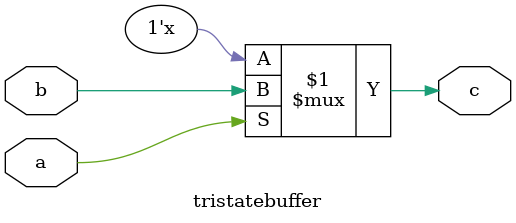
<source format=v>
`timescale 1ns / 1ps


module tristatebuffer(
    input a,
    input b,
    output c
    );
    assign c=a?b:1'bz;
endmodule

</source>
